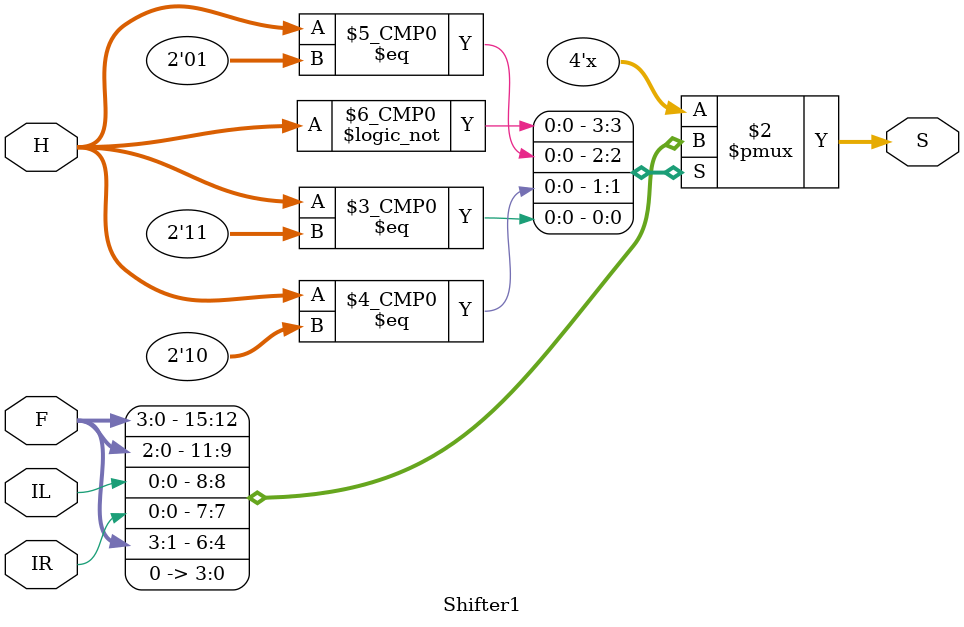
<source format=sv>
module Shifter1 #(parameter N=4)(
					input logic [N-1:0] F,
					input logic [1:0] H,
					input logic IL, IR,
					output logic [N-1:0] S);
	always_comb
	case(H)
		2'b00: S=F;
		2'b01: S={F[N-2:0],IL};
		2'b10: S={IR, F[N-1:1]};
		2'b11: S= { N {1'b0}};
	endcase
endmodule
/*/
/*
module Shifter2 #(parameter N=4)(
					input logic [N-1:0] F,
					input logic [1:0] H,
					input logic IL, IR,
					output logic [N-1:0] S);
	always_comb
	case(H)
		2'b00: S=F;
		2'b01: S=F<<1;
		2'b10: S=F>>1;
		2'b11: S= { N {1'b0}};
	endcase
endmodule
*/
/*
module Shifter #(parameter N=4)(
					input logic [N-1:0] F,
					input logic [1:0] H,
					input logic IL, IR,
					output logic [N-1:0] S);
	
	assign S=H[1]?(H[0] ? {N {1'b0}} 		//11
								:{IR,F[N-1:1]})	//10
					:(H[0] ? {F[N-2:0],IL}		//01
								:F);					//00
endmodule

*/
</source>
